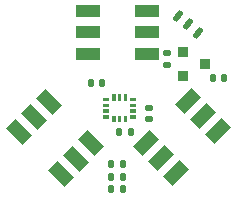
<source format=gbr>
%TF.GenerationSoftware,KiCad,Pcbnew,8.0.1*%
%TF.CreationDate,2024-07-23T23:42:04-04:00*%
%TF.ProjectId,PartyTorch-PCB,50617274-7954-46f7-9263-682d5043422e,rev?*%
%TF.SameCoordinates,Original*%
%TF.FileFunction,Paste,Top*%
%TF.FilePolarity,Positive*%
%FSLAX46Y46*%
G04 Gerber Fmt 4.6, Leading zero omitted, Abs format (unit mm)*
G04 Created by KiCad (PCBNEW 8.0.1) date 2024-07-23 23:42:04*
%MOMM*%
%LPD*%
G01*
G04 APERTURE LIST*
G04 Aperture macros list*
%AMRoundRect*
0 Rectangle with rounded corners*
0 $1 Rounding radius*
0 $2 $3 $4 $5 $6 $7 $8 $9 X,Y pos of 4 corners*
0 Add a 4 corners polygon primitive as box body*
4,1,4,$2,$3,$4,$5,$6,$7,$8,$9,$2,$3,0*
0 Add four circle primitives for the rounded corners*
1,1,$1+$1,$2,$3*
1,1,$1+$1,$4,$5*
1,1,$1+$1,$6,$7*
1,1,$1+$1,$8,$9*
0 Add four rect primitives between the rounded corners*
20,1,$1+$1,$2,$3,$4,$5,0*
20,1,$1+$1,$4,$5,$6,$7,0*
20,1,$1+$1,$6,$7,$8,$9,0*
20,1,$1+$1,$8,$9,$2,$3,0*%
%AMRotRect*
0 Rectangle, with rotation*
0 The origin of the aperture is its center*
0 $1 length*
0 $2 width*
0 $3 Rotation angle, in degrees counterclockwise*
0 Add horizontal line*
21,1,$1,$2,0,0,$3*%
G04 Aperture macros list end*
%ADD10C,0.010000*%
%ADD11RotRect,2.000000X1.100000X315.000000*%
%ADD12RoundRect,0.135000X-0.135000X-0.185000X0.135000X-0.185000X0.135000X0.185000X-0.135000X0.185000X0*%
%ADD13R,2.000000X1.100000*%
%ADD14R,0.889000X0.812800*%
%ADD15RoundRect,0.140000X0.140000X0.170000X-0.140000X0.170000X-0.140000X-0.170000X0.140000X-0.170000X0*%
%ADD16RoundRect,0.140000X-0.170000X0.140000X-0.170000X-0.140000X0.170000X-0.140000X0.170000X0.140000X0*%
%ADD17RoundRect,0.125000X-0.138852X-0.370095X0.333138X0.212765X0.138852X0.370095X-0.333138X-0.212765X0*%
%ADD18RotRect,2.000000X1.100000X45.000000*%
%ADD19RoundRect,0.140000X-0.140000X-0.170000X0.140000X-0.170000X0.140000X0.170000X-0.140000X0.170000X0*%
G04 APERTURE END LIST*
D10*
%TO.C,MT1*%
X124832500Y-108149000D02*
X124382500Y-108149000D01*
X124382500Y-107911000D01*
X124832500Y-107911000D01*
X124832500Y-108149000D01*
G36*
X124832500Y-108149000D02*
G01*
X124382500Y-108149000D01*
X124382500Y-107911000D01*
X124832500Y-107911000D01*
X124832500Y-108149000D01*
G37*
X124832500Y-108649000D02*
X124382500Y-108649000D01*
X124382500Y-108411000D01*
X124832500Y-108411000D01*
X124832500Y-108649000D01*
G36*
X124832500Y-108649000D02*
G01*
X124382500Y-108649000D01*
X124382500Y-108411000D01*
X124832500Y-108411000D01*
X124832500Y-108649000D01*
G37*
X124832500Y-109149000D02*
X124382500Y-109149000D01*
X124382500Y-108911000D01*
X124832500Y-108911000D01*
X124832500Y-109149000D01*
G36*
X124832500Y-109149000D02*
G01*
X124382500Y-109149000D01*
X124382500Y-108911000D01*
X124832500Y-108911000D01*
X124832500Y-109149000D01*
G37*
X124832500Y-109649000D02*
X124382500Y-109649000D01*
X124382500Y-109411000D01*
X124832500Y-109411000D01*
X124832500Y-109649000D01*
G36*
X124832500Y-109649000D02*
G01*
X124382500Y-109649000D01*
X124382500Y-109411000D01*
X124832500Y-109411000D01*
X124832500Y-109649000D01*
G37*
X125389000Y-108092500D02*
X125151000Y-108092500D01*
X125151000Y-107642500D01*
X125389000Y-107642500D01*
X125389000Y-108092500D01*
G36*
X125389000Y-108092500D02*
G01*
X125151000Y-108092500D01*
X125151000Y-107642500D01*
X125389000Y-107642500D01*
X125389000Y-108092500D01*
G37*
X125389000Y-109917500D02*
X125151000Y-109917500D01*
X125151000Y-109467500D01*
X125389000Y-109467500D01*
X125389000Y-109917500D01*
G36*
X125389000Y-109917500D02*
G01*
X125151000Y-109917500D01*
X125151000Y-109467500D01*
X125389000Y-109467500D01*
X125389000Y-109917500D01*
G37*
X125889000Y-108092500D02*
X125651000Y-108092500D01*
X125651000Y-107642500D01*
X125889000Y-107642500D01*
X125889000Y-108092500D01*
G36*
X125889000Y-108092500D02*
G01*
X125651000Y-108092500D01*
X125651000Y-107642500D01*
X125889000Y-107642500D01*
X125889000Y-108092500D01*
G37*
X125889000Y-109917500D02*
X125651000Y-109917500D01*
X125651000Y-109467500D01*
X125889000Y-109467500D01*
X125889000Y-109917500D01*
G36*
X125889000Y-109917500D02*
G01*
X125651000Y-109917500D01*
X125651000Y-109467500D01*
X125889000Y-109467500D01*
X125889000Y-109917500D01*
G37*
X126389000Y-108092500D02*
X126151000Y-108092500D01*
X126151000Y-107642500D01*
X126389000Y-107642500D01*
X126389000Y-108092500D01*
G36*
X126389000Y-108092500D02*
G01*
X126151000Y-108092500D01*
X126151000Y-107642500D01*
X126389000Y-107642500D01*
X126389000Y-108092500D01*
G37*
X126389000Y-109917500D02*
X126151000Y-109917500D01*
X126151000Y-109467500D01*
X126389000Y-109467500D01*
X126389000Y-109917500D01*
G36*
X126389000Y-109917500D02*
G01*
X126151000Y-109917500D01*
X126151000Y-109467500D01*
X126389000Y-109467500D01*
X126389000Y-109917500D01*
G37*
X127157500Y-108149000D02*
X126707500Y-108149000D01*
X126707500Y-107911000D01*
X127157500Y-107911000D01*
X127157500Y-108149000D01*
G36*
X127157500Y-108149000D02*
G01*
X126707500Y-108149000D01*
X126707500Y-107911000D01*
X127157500Y-107911000D01*
X127157500Y-108149000D01*
G37*
X127157500Y-108649000D02*
X126707500Y-108649000D01*
X126707500Y-108411000D01*
X127157500Y-108411000D01*
X127157500Y-108649000D01*
G36*
X127157500Y-108649000D02*
G01*
X126707500Y-108649000D01*
X126707500Y-108411000D01*
X127157500Y-108411000D01*
X127157500Y-108649000D01*
G37*
X127157500Y-109149000D02*
X126707500Y-109149000D01*
X126707500Y-108911000D01*
X127157500Y-108911000D01*
X127157500Y-109149000D01*
G36*
X127157500Y-109149000D02*
G01*
X126707500Y-109149000D01*
X126707500Y-108911000D01*
X127157500Y-108911000D01*
X127157500Y-109149000D01*
G37*
X127157500Y-109649000D02*
X126707500Y-109649000D01*
X126707500Y-109411000D01*
X127157500Y-109411000D01*
X127157500Y-109649000D01*
G36*
X127157500Y-109649000D02*
G01*
X126707500Y-109649000D01*
X126707500Y-109411000D01*
X127157500Y-109411000D01*
X127157500Y-109649000D01*
G37*
%TD*%
D11*
%TO.C,QLSP08RGB1*%
X120844975Y-114340560D03*
X117309441Y-110805026D03*
X122117767Y-113067768D03*
X118582233Y-109532234D03*
X123390560Y-111794975D03*
X119855026Y-108259441D03*
%TD*%
D12*
%TO.C,R4*%
X125090000Y-115690000D03*
X126110000Y-115690000D03*
%TD*%
D13*
%TO.C,QLSP08RGB2*%
X128100000Y-104180000D03*
X123100000Y-104180000D03*
X128100000Y-102380000D03*
X123100000Y-102380000D03*
X128100000Y-100580000D03*
X123100000Y-100580000D03*
%TD*%
D12*
%TO.C,R2*%
X125080000Y-113490000D03*
X126100000Y-113490000D03*
%TD*%
D14*
%TO.C,U1*%
X131150001Y-104046502D03*
X131150001Y-106096500D03*
X133040000Y-105071501D03*
%TD*%
D15*
%TO.C,C3*%
X126740000Y-110790000D03*
X125780000Y-110790000D03*
%TD*%
D16*
%TO.C,C6*%
X129790000Y-104160000D03*
X129790000Y-105120000D03*
%TD*%
D17*
%TO.C,U7*%
X132464860Y-102402252D03*
X131610000Y-101710000D03*
X130755138Y-101017746D03*
%TD*%
D18*
%TO.C,QLSP08RGB3*%
X134140560Y-110775026D03*
X130605026Y-114310560D03*
X132867768Y-109502234D03*
X129332234Y-113037768D03*
X131594975Y-108229441D03*
X128059441Y-111764975D03*
%TD*%
D19*
%TO.C,C7*%
X133710000Y-106260000D03*
X134670000Y-106260000D03*
%TD*%
%TO.C,C5*%
X123400000Y-106660000D03*
X124360000Y-106660000D03*
%TD*%
D12*
%TO.C,R3*%
X125090000Y-114590000D03*
X126110000Y-114590000D03*
%TD*%
D16*
%TO.C,C4*%
X128270000Y-108780000D03*
X128270000Y-109740000D03*
%TD*%
M02*

</source>
